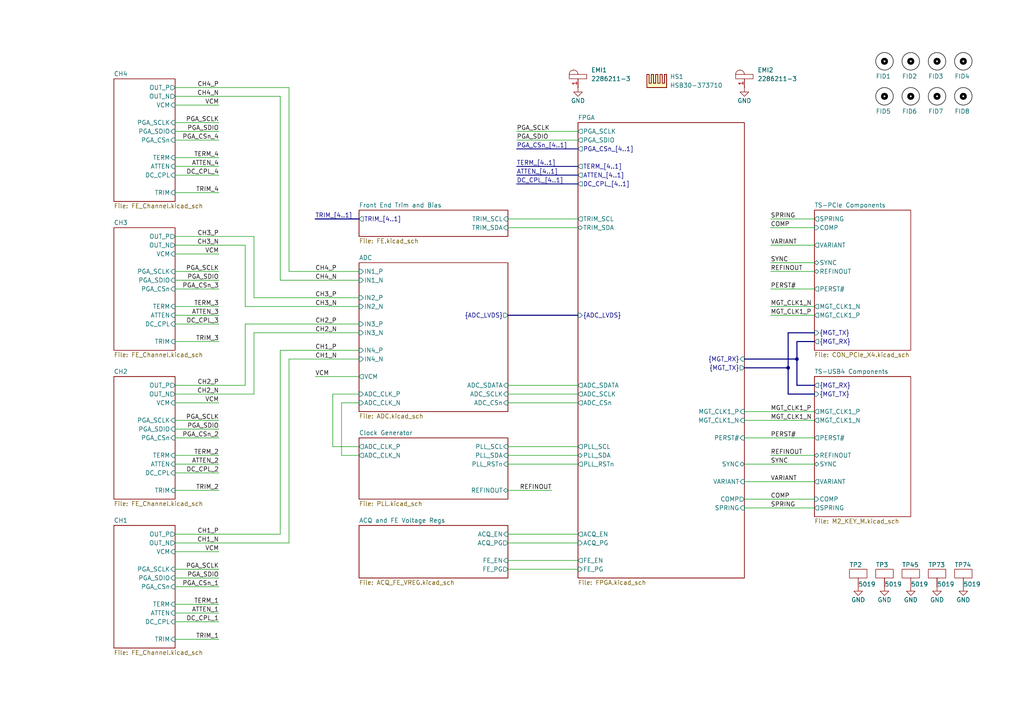
<source format=kicad_sch>
(kicad_sch (version 20250114) (generator "eeschema") (generator_version "9.0")
  (paper "A4")
  (title_block (title "ThunderScope") (rev "5") (company "EEVengers") (comment 1 "Aleksa Bjelogrlic"))
  (lib_symbols
    (symbol "Thunderscope_Rev5:EMI FINGER 2286211-3"
      (property "Reference" "EMI" (at 0 4.064 0))
      (property "Value" "2286211-3" (at 6.35 -1.524 0))
      (symbol "EMI FINGER 2286211-3_0_1"
        (rectangle (start -2.54 1.27) (end 2.54 0))
        (arc (start -1.27 2.54) (mid -0.372 2.168) (end 0 1.27))
        (arc (start -2.54 1.27) (mid -2.168 2.168) (end -1.27 2.54))
      )
      (symbol "EMI FINGER 2286211-3_1_1"
        (pin passive line (at 0 -2.54 90) (length 2.54) (name "") (number "1"))
      )
    )
    (symbol "Thunderscope_Rev5:FID 1mm" (pin_numbers (hide yes)) (pin_names (hide yes))
      (property "Reference" "F" (at 0 0 0))
      (property "Value" "PCB" (at 0 0 0))
      (symbol "FID 1mm_1_0"
        (circle (center 0 0) (radius 0.635) (stroke (width 0.762) (color 0 0 0 1)))
        (circle (center 0 0) (radius 2.54) (stroke (width 0) (color 0 0 0 1)))
      )
    )
    (symbol "Thunderscope_Rev5:GND" (power) (pin_numbers (hide yes)) (pin_names (offset 0) (hide yes))
      (property "Value" "GND" (at 0 -3.81 0))
      (symbol "GND_0_1"
        (polyline (pts (xy 0 0) (xy 0 -1.27) (xy 1.27 -1.27) (xy 0 -2.54) (xy -1.27 -1.27) (xy 0 -1.27)))
      )
      (symbol "GND_1_1"
        (pin power_in line (at 0 0 270) (length 0) (name "~") (number "1"))
      )
    )
    (symbol "Thunderscope_Rev5:HEATSINK HSB30-373710" (pin_names (offset 1.016)) (exclude_from_sim yes)
      (property "Reference" "HS" (at 0 5.08 0))
      (property "Value" "HSB30-373710" (at 0 -1.27 0))
      (symbol "HEATSINK HSB30-373710_0_1"
        (polyline (pts (xy -0.3302 1.27) (xy -0.9652 1.27) (xy -0.9652 3.81) (xy -1.6002 3.81) (xy -1.6002 1.27) (xy -2.2352 1.27) (xy -2.2352 3.81) (xy -2.8702 3.81) (xy -2.8702 0) (xy -0.9652 0)) (stroke (width 0.254)) (fill (type background)))
        (polyline (pts (xy -0.3302 1.27) (xy -0.3302 3.81) (xy 0.3048 3.81) (xy 0.3048 1.27) (xy 0.9398 1.27) (xy 0.9398 3.81) (xy 1.5748 3.81) (xy 1.5748 1.27) (xy 2.2098 1.27) (xy 2.2098 3.81) (xy 2.8448 3.81) (xy 2.8448 0) (xy -0.9652 0)) (stroke (width 0.254)) (fill (type background)))
      )
    )
    (symbol "Thunderscope_Rev5:TP KEYSTONE 5019" (pin_numbers (hide yes)) (pin_names (hide yes))
      (property "Reference" "T" (at 0 0 0))
      (property "Value" "5019" (at 0 0 0))
      (symbol "TP KEYSTONE 5019_1_0"
        (polyline (pts (xy -2.54 5.08) (xy 2.54 5.08) (xy 2.54 2.54) (xy -2.54 2.54) (xy -2.54 5.08)))
        (pin passive line (at 0 0 90) (length 2.54) (name "1") (number "1"))
      )
    )
  )
  (junction (at 231.14 104.14))
  (junction (at 228.6 106.68))
  (wire (pts (xy 147.32 134.62) (xy 167.64 134.62)))
  (wire (pts (xy 50.8 35.56) (xy 63.5 35.56)))
  (wire (pts (xy 147.32 116.84) (xy 167.64 116.84)))
  (bus (pts (xy 147.32 91.44) (xy 167.64 91.44)))
  (wire (pts (xy 50.8 160.02) (xy 63.5 160.02)))
  (wire (pts (xy 83.82 104.14) (xy 104.14 104.14)))
  (wire (pts (xy 50.8 127) (xy 63.5 127)))
  (wire (pts (xy 236.22 78.74) (xy 223.52 78.74)))
  (bus (pts (xy 91.44 63.5) (xy 104.14 63.5)))
  (wire (pts (xy 63.5 81.28) (xy 50.8 81.28)))
  (wire (pts (xy 223.52 83.82) (xy 236.22 83.82)))
  (wire (pts (xy 83.82 157.48) (xy 83.82 104.14)))
  (wire (pts (xy 81.28 81.28) (xy 104.14 81.28)))
  (wire (pts (xy 223.52 63.5) (xy 236.22 63.5)))
  (wire (pts (xy 83.82 25.4) (xy 83.82 78.74)))
  (wire (pts (xy 50.8 121.92) (xy 63.5 121.92)))
  (wire (pts (xy 50.8 114.3) (xy 73.66 114.3)))
  (wire (pts (xy 81.28 101.6) (xy 104.14 101.6)))
  (wire (pts (xy 50.8 45.72) (xy 63.5 45.72)))
  (wire (pts (xy 50.8 55.88) (xy 63.5 55.88)))
  (wire (pts (xy 71.12 93.98) (xy 104.14 93.98)))
  (wire (pts (xy 50.8 88.9) (xy 63.5 88.9)))
  (wire (pts (xy 50.8 40.64) (xy 63.5 40.64)))
  (wire (pts (xy 50.8 142.24) (xy 63.5 142.24)))
  (wire (pts (xy 73.66 86.36) (xy 73.66 68.58)))
  (wire (pts (xy 50.8 170.18) (xy 63.5 170.18)))
  (wire (pts (xy 149.86 38.1) (xy 167.64 38.1)))
  (wire (pts (xy 63.5 167.64) (xy 50.8 167.64)))
  (wire (pts (xy 223.52 71.12) (xy 236.22 71.12)))
  (wire (pts (xy 147.32 142.24) (xy 160.02 142.24)))
  (wire (pts (xy 215.9 139.7) (xy 236.22 139.7)))
  (wire (pts (xy 50.8 116.84) (xy 63.5 116.84)))
  (bus (pts (xy 215.9 104.14) (xy 231.14 104.14)))
  (wire (pts (xy 147.32 162.56) (xy 167.64 162.56)))
  (wire (pts (xy 147.32 114.3) (xy 167.64 114.3)))
  (wire (pts (xy 149.86 40.64) (xy 167.64 40.64)))
  (wire (pts (xy 223.52 66.04) (xy 236.22 66.04)))
  (bus (pts (xy 236.22 99.06) (xy 231.14 99.06)))
  (wire (pts (xy 63.5 38.1) (xy 50.8 38.1)))
  (wire (pts (xy 147.32 157.48) (xy 167.64 157.48)))
  (wire (pts (xy 81.28 27.94) (xy 81.28 81.28)))
  (bus (pts (xy 167.64 48.26) (xy 149.86 48.26)) (stroke (width 0.254)))
  (wire (pts (xy 50.8 83.82) (xy 63.5 83.82)))
  (bus (pts (xy 236.22 114.3) (xy 228.6 114.3)))
  (wire (pts (xy 50.8 177.8) (xy 63.5 177.8)))
  (wire (pts (xy 50.8 91.44) (xy 63.5 91.44)))
  (bus (pts (xy 231.14 104.14) (xy 231.14 111.76)))
  (wire (pts (xy 50.8 78.74) (xy 63.5 78.74)))
  (wire (pts (xy 71.12 93.98) (xy 71.12 111.76)))
  (wire (pts (xy 50.8 180.34) (xy 63.5 180.34)))
  (wire (pts (xy 73.66 96.52) (xy 73.66 114.3)))
  (wire (pts (xy 147.32 154.94) (xy 167.64 154.94)))
  (wire (pts (xy 104.14 116.84) (xy 99.06 116.84)))
  (wire (pts (xy 50.8 71.12) (xy 71.12 71.12)))
  (wire (pts (xy 50.8 157.48) (xy 83.82 157.48)))
  (wire (pts (xy 71.12 88.9) (xy 104.14 88.9)))
  (wire (pts (xy 83.82 78.74) (xy 104.14 78.74)))
  (wire (pts (xy 167.64 129.54) (xy 147.32 129.54)))
  (wire (pts (xy 91.44 109.22) (xy 104.14 109.22)))
  (wire (pts (xy 96.52 129.54) (xy 104.14 129.54)))
  (wire (pts (xy 147.32 165.1) (xy 167.64 165.1)))
  (bus (pts (xy 149.86 43.18) (xy 167.64 43.18)) (stroke (width 0.254)))
  (wire (pts (xy 96.52 114.3) (xy 96.52 129.54)))
  (wire (pts (xy 50.8 137.16) (xy 63.5 137.16)))
  (bus (pts (xy 228.6 106.68) (xy 228.6 96.52)))
  (wire (pts (xy 147.32 66.04) (xy 167.64 66.04)))
  (wire (pts (xy 73.66 96.52) (xy 104.14 96.52)))
  (wire (pts (xy 99.06 116.84) (xy 99.06 132.08)))
  (wire (pts (xy 236.22 132.08) (xy 223.52 132.08)))
  (wire (pts (xy 50.8 99.06) (xy 63.5 99.06)))
  (bus (pts (xy 228.6 96.52) (xy 236.22 96.52)))
  (wire (pts (xy 50.8 154.94) (xy 81.28 154.94)))
  (bus (pts (xy 167.64 53.34) (xy 149.86 53.34)) (stroke (width 0.254)))
  (wire (pts (xy 50.8 68.58) (xy 73.66 68.58)))
  (wire (pts (xy 215.9 144.78) (xy 236.22 144.78)))
  (bus (pts (xy 167.64 50.8) (xy 149.86 50.8)) (stroke (width 0.254)))
  (bus (pts (xy 231.14 99.06) (xy 231.14 104.14)))
  (wire (pts (xy 147.32 111.76) (xy 167.64 111.76)))
  (wire (pts (xy 104.14 114.3) (xy 96.52 114.3)))
  (bus (pts (xy 228.6 114.3) (xy 228.6 106.68)))
  (wire (pts (xy 71.12 71.12) (xy 71.12 88.9)))
  (wire (pts (xy 236.22 88.9) (xy 223.52 88.9)))
  (wire (pts (xy 50.8 175.26) (xy 63.5 175.26)))
  (wire (pts (xy 50.8 27.94) (xy 81.28 27.94)))
  (wire (pts (xy 50.8 50.8) (xy 63.5 50.8)))
  (wire (pts (xy 223.52 76.2) (xy 236.22 76.2)))
  (wire (pts (xy 215.9 121.92) (xy 236.22 121.92)))
  (wire (pts (xy 50.8 48.26) (xy 63.5 48.26)))
  (wire (pts (xy 50.8 111.76) (xy 71.12 111.76)))
  (wire (pts (xy 50.8 25.4) (xy 83.82 25.4)))
  (wire (pts (xy 50.8 165.1) (xy 63.5 165.1)))
  (wire (pts (xy 99.06 132.08) (xy 104.14 132.08)))
  (wire (pts (xy 50.8 30.48) (xy 63.5 30.48)))
  (wire (pts (xy 147.32 63.5) (xy 167.64 63.5)))
  (wire (pts (xy 50.8 134.62) (xy 63.5 134.62)))
  (wire (pts (xy 215.9 134.62) (xy 236.22 134.62)))
  (wire (pts (xy 81.28 154.94) (xy 81.28 101.6)))
  (wire (pts (xy 167.64 132.08) (xy 147.32 132.08)))
  (wire (pts (xy 50.8 185.42) (xy 63.5 185.42)))
  (bus (pts (xy 231.14 111.76) (xy 236.22 111.76)))
  (wire (pts (xy 215.9 127) (xy 236.22 127)))
  (wire (pts (xy 215.9 119.38) (xy 236.22 119.38)))
  (bus (pts (xy 215.9 106.68) (xy 228.6 106.68)))
  (wire (pts (xy 236.22 91.44) (xy 223.52 91.44)))
  (wire (pts (xy 215.9 147.32) (xy 236.22 147.32)))
  (wire (pts (xy 50.8 73.66) (xy 63.5 73.66)))
  (wire (pts (xy 50.8 132.08) (xy 63.5 132.08)))
  (wire (pts (xy 50.8 93.98) (xy 63.5 93.98)))
  (wire (pts (xy 63.5 124.46) (xy 50.8 124.46)))
  (wire (pts (xy 73.66 86.36) (xy 104.14 86.36)))
  (label "PGA_SCLK" (at 63.5 35.56 180))
  (label "CH1_N" (at 63.5 157.48 180))
  (label "MGT_CLK1_N" (at 223.52 121.92 0))
  (label "PGA_SCLK" (at 63.5 165.1 180))
  (label "ATTEN_[4..1]" (at 149.86 50.8 0))
  (label "PGA_CSn_1" (at 63.5 170.18 180))
  (label "PGA_SCLK" (at 63.5 121.92 180))
  (label "CH4_P" (at 91.44 78.74 0))
  (label "DC_CPL_2" (at 63.5 137.16 180))
  (label "PGA_SDIO" (at 63.5 167.64 180))
  (label "CH3_N" (at 91.44 88.9 0))
  (label "PGA_SDIO" (at 149.86 40.64 0))
  (label "PERST#" (at 223.52 127 0))
  (label "VCM" (at 63.5 116.84 180))
  (label "CH3_P" (at 63.5 68.58 180))
  (label "SYNC" (at 223.52 76.2 0))
  (label "CH2_N" (at 63.5 114.3 180))
  (label "REFINOUT" (at 160.02 142.24 180))
  (label "TERM_[4..1]" (at 149.86 48.26 0))
  (label "PGA_CSn_4" (at 63.5 40.64 180))
  (label "PGA_SCLK" (at 149.86 38.1 0))
  (label "PERST#" (at 223.52 83.82 0))
  (label "TERM_3" (at 63.5 88.9 180))
  (label "CH1_P" (at 91.44 101.6 0))
  (label "CH3_P" (at 91.44 86.36 0))
  (label "ATTEN_1" (at 63.5 177.8 180))
  (label "DC_CPL_4" (at 63.5 50.8 180))
  (label "PGA_SDIO" (at 63.5 38.1 180))
  (label "TERM_4" (at 63.5 45.72 180))
  (label "MGT_CLK1_N" (at 223.52 88.9 0))
  (label "TRIM_[4..1]" (at 91.44 63.5 0))
  (label "COMP" (at 223.52 66.04 0))
  (label "TRIM_2" (at 63.5 142.24 180))
  (label "VCM" (at 91.44 109.22 0))
  (label "CH4_N" (at 63.5 27.94 180))
  (label "VCM" (at 63.5 30.48 180))
  (label "VCM" (at 63.5 160.02 180))
  (label "TERM_1" (at 63.5 175.26 180))
  (label "CH1_N" (at 91.44 104.14 0))
  (label "SPRING" (at 223.52 63.5 0))
  (label "CH3_N" (at 63.5 71.12 180))
  (label "CH2_P" (at 91.44 93.98 0))
  (label "ATTEN_3" (at 63.5 91.44 180))
  (label "DC_CPL_1" (at 63.5 180.34 180))
  (label "TRIM_3" (at 63.5 99.06 180))
  (label "REFINOUT" (at 223.52 132.08 0))
  (label "MGT_CLK1_P" (at 223.52 91.44 0))
  (label "PGA_CSn_2" (at 63.5 127 180))
  (label "ATTEN_2" (at 63.5 134.62 180))
  (label "PGA_CSn_3" (at 63.5 83.82 180))
  (label "ATTEN_4" (at 63.5 48.26 180))
  (label "TRIM_4" (at 63.5 55.88 180))
  (label "CH4_N" (at 91.44 81.28 0))
  (label "MGT_CLK1_P" (at 223.52 119.38 0))
  (label "DC_CPL_[4..1]" (at 149.86 53.34 0))
  (label "COMP" (at 223.52 144.78 0))
  (label "SYNC" (at 223.52 134.62 0))
  (label "CH1_P" (at 63.5 154.94 180))
  (label "CH2_N" (at 91.44 96.52 0))
  (label "PGA_SDIO" (at 63.5 81.28 180))
  (label "PGA_SDIO" (at 63.5 124.46 180))
  (label "VARIANT" (at 223.52 71.12 0))
  (label "CH4_P" (at 63.5 25.4 180))
  (label "DC_CPL_3" (at 63.5 93.98 180))
  (label "REFINOUT" (at 223.52 78.74 0))
  (label "TRIM_1" (at 63.5 185.42 180))
  (label "TERM_2" (at 63.5 132.08 180))
  (label "PGA_SCLK" (at 63.5 78.74 180))
  (label "SPRING" (at 223.52 147.32 0))
  (label "VCM" (at 63.5 73.66 180))
  (label "VARIANT" (at 223.52 139.7 0))
  (label "PGA_CSn_[4..1]" (at 149.86 43.18 0))
  (label "CH2_P" (at 63.5 111.76 180))
  (symbol (lib_id "Thunderscope_Rev5:TP KEYSTONE 5019") (at 248.92 170.18 0) (unit 1)
    (property "Reference" "TP2" (at 246.38 163.83 0) (effects (justify left)))
    (property "Value" "5019" (at 248.92 170.18 0) (effects (justify left bottom)))
    (property "Footprint" "Thunderscope_Rev5:KEY_5019" (effects (hide yes)))
    (property "SUPPLIER 1" "Mouser" (effects (hide yes)))
    (property "SUPPLIER PART NUMBER 1" "534-5019" (effects (hide yes)))
    (property "MANUFACTURER" "Keystone Electronics" (effects (hide yes)))
    (property "MANUFACTURER PART NUMBER" "5019" (effects (hide yes)))
  )
  (symbol (lib_id "Thunderscope_Rev5:GND") (at 271.78 170.18 0) (unit 1)
    (property "Reference" "#PWR0506" (effects (hide yes)))
    (property "Value" "GND" (at 271.78 173.99 0))
    (property "Description" "Power symbol creates a global label with name \"GND\" , ground" (effects (hide yes)))
  )
  (symbol (lib_id "Thunderscope_Rev5:FID 1mm") (at 279.4 17.78 0) (unit 1) (in_bom no)
    (property "Reference" "FID4" (at 276.86 22.86 0) (effects (justify left bottom)))
    (property "Value" "PCB" (effects (hide yes)))
    (property "Footprint" "Thunderscope_Rev5:GEN_FID" (effects (hide yes)))
    (property "HOUSE PART NUMBER" "Fiducial-1" (effects (hide yes)))
  )
  (symbol (lib_id "Thunderscope_Rev5:EMI FINGER 2286211-3") (at 167.64 22.86 0) (unit 1)
    (property "Reference" "EMI1" (at 171.45 20.3199 0) (effects (justify left)))
    (property "Value" "2286211-3" (at 171.45 22.8599 0) (effects (justify left)))
    (property "Footprint" "Thunderscope_Rev5:TE_2286211-3" (effects (hide yes)))
    (property "SUPPLIER 1" "Mouser" (effects (hide yes)))
    (property "SUPPLIER PART NUMBER 1" "571-2286211-3" (effects (hide yes)))
    (property "MANUFACTURER" "TE Connectivity" (effects (hide yes)))
    (property "MANUFACTURER PART NUMBER" "2286211-3" (effects (hide yes)))
  )
  (symbol (lib_id "Thunderscope_Rev5:GND") (at 256.54 170.18 0) (unit 1)
    (property "Reference" "#PWR016" (effects (hide yes)))
    (property "Value" "GND" (at 256.54 173.99 0))
    (property "Description" "Power symbol creates a global label with name \"GND\" , ground" (effects (hide yes)))
  )
  (symbol (lib_id "Thunderscope_Rev5:GND") (at 248.92 170.18 0) (unit 1)
    (property "Reference" "#PWR015" (effects (hide yes)))
    (property "Value" "GND" (at 248.92 173.99 0))
    (property "Description" "Power symbol creates a global label with name \"GND\" , ground" (effects (hide yes)))
  )
  (symbol (lib_id "Thunderscope_Rev5:GND") (at 279.4 170.18 0) (unit 1)
    (property "Reference" "#PWR0507" (effects (hide yes)))
    (property "Value" "GND" (at 279.4 173.99 0))
    (property "Description" "Power symbol creates a global label with name \"GND\" , ground" (effects (hide yes)))
  )
  (symbol (lib_id "Thunderscope_Rev5:FID 1mm") (at 271.78 17.78 0) (unit 1) (in_bom no)
    (property "Reference" "FID3" (at 269.24 22.86 0) (effects (justify left bottom)))
    (property "Value" "PCB" (effects (hide yes)))
    (property "Footprint" "Thunderscope_Rev5:GEN_FID" (effects (hide yes)))
    (property "HOUSE PART NUMBER" "Fiducial-1" (effects (hide yes)))
  )
  (symbol (lib_id "Thunderscope_Rev5:FID 1mm") (at 256.54 27.94 0) (unit 1) (in_bom no)
    (property "Reference" "FID5" (at 254 33.02 0) (effects (justify left bottom)))
    (property "Value" "PCB" (effects (hide yes)))
    (property "Footprint" "Thunderscope_Rev5:GEN_FID" (effects (hide yes)))
    (property "HOUSE PART NUMBER" "Fiducial-1" (effects (hide yes)))
  )
  (symbol (lib_id "Thunderscope_Rev5:TP KEYSTONE 5019") (at 271.78 170.18 0) (unit 1)
    (property "Reference" "TP73" (at 269.24 163.83 0) (effects (justify left)))
    (property "Value" "5019" (at 271.78 170.18 0) (effects (justify left bottom)))
    (property "Footprint" "Thunderscope_Rev5:KEY_5019" (effects (hide yes)))
    (property "MANUFACTURER" "Keystone Electronics" (effects (hide yes)))
    (property "MANUFACTURER PART NUMBER" "5019" (effects (hide yes)))
    (property "SUPPLIER 1" "Mouser" (effects (hide yes)))
    (property "SUPPLIER PART NUMBER 1" "534-5019" (effects (hide yes)))
  )
  (symbol (lib_id "Thunderscope_Rev5:FID 1mm") (at 256.54 17.78 0) (unit 1) (in_bom no)
    (property "Reference" "FID1" (at 254 22.86 0) (effects (justify left bottom)))
    (property "Value" "PCB" (effects (hide yes)))
    (property "Footprint" "Thunderscope_Rev5:GEN_FID" (effects (hide yes)))
    (property "HOUSE PART NUMBER" "Fiducial-1" (effects (hide yes)))
  )
  (symbol (lib_id "Thunderscope_Rev5:HEATSINK HSB30-373710") (at 190.5 25.4 0) (unit 1)
    (property "Reference" "HS1" (at 194.31 22.2249 0) (effects (justify left)))
    (property "Value" "HSB30-373710" (at 194.31 24.7649 0) (effects (justify left)))
    (property "Footprint" "Thunderscope_Rev5:SSKY_HSB30-373710" (effects (hide yes)))
    (property "Description" "Heatsink" (effects (hide yes)))
    (property "SUPPLIER 1" "Mouser" (effects (hide yes)))
    (property "SUPPLIER PART NUMBER 1" "179-HSB30-373710" (effects (hide yes)))
    (property "MANUFACTURER" "Same Sky" (effects (hide yes)))
    (property "MANUFACTURER PART NUMBER" "HSB30-373710" (effects (hide yes)))
  )
  (symbol (lib_id "Thunderscope_Rev5:TP KEYSTONE 5019") (at 264.16 170.18 0) (unit 1)
    (property "Reference" "TP45" (at 261.62 163.83 0) (effects (justify left)))
    (property "Value" "5019" (at 264.16 170.18 0) (effects (justify left bottom)))
    (property "Footprint" "Thunderscope_Rev5:KEY_5019" (effects (hide yes)))
    (property "MANUFACTURER" "Keystone Electronics" (effects (hide yes)))
    (property "MANUFACTURER PART NUMBER" "5019" (effects (hide yes)))
    (property "SUPPLIER 1" "Mouser" (effects (hide yes)))
    (property "SUPPLIER PART NUMBER 1" "534-5019" (effects (hide yes)))
  )
  (symbol (lib_id "Thunderscope_Rev5:FID 1mm") (at 279.4 27.94 0) (unit 1) (in_bom no)
    (property "Reference" "FID8" (at 276.86 33.02 0) (effects (justify left bottom)))
    (property "Value" "PCB" (effects (hide yes)))
    (property "Footprint" "Thunderscope_Rev5:GEN_FID" (effects (hide yes)))
    (property "HOUSE PART NUMBER" "Fiducial-1" (effects (hide yes)))
  )
  (symbol (lib_id "Thunderscope_Rev5:FID 1mm") (at 264.16 17.78 0) (unit 1) (in_bom no)
    (property "Reference" "FID2" (at 261.62 22.86 0) (effects (justify left bottom)))
    (property "Value" "PCB" (effects (hide yes)))
    (property "Footprint" "Thunderscope_Rev5:GEN_FID" (effects (hide yes)))
    (property "HOUSE PART NUMBER" "Fiducial-1" (effects (hide yes)))
  )
  (symbol (lib_id "Thunderscope_Rev5:TP KEYSTONE 5019") (at 256.54 170.18 0) (unit 1)
    (property "Reference" "TP3" (at 254 163.83 0) (effects (justify left)))
    (property "Value" "5019" (at 256.54 170.18 0) (effects (justify left bottom)))
    (property "Footprint" "Thunderscope_Rev5:KEY_5019" (effects (hide yes)))
    (property "SUPPLIER 1" "Mouser" (effects (hide yes)))
    (property "SUPPLIER PART NUMBER 1" "534-5019" (effects (hide yes)))
    (property "MANUFACTURER" "Keystone Electronics" (effects (hide yes)))
    (property "MANUFACTURER PART NUMBER" "5019" (effects (hide yes)))
  )
  (symbol (lib_id "Thunderscope_Rev5:GND") (at 264.16 170.18 0) (unit 1)
    (property "Reference" "#PWR0503" (effects (hide yes)))
    (property "Value" "GND" (at 264.16 173.99 0))
    (property "Description" "Power symbol creates a global label with name \"GND\" , ground" (effects (hide yes)))
  )
  (symbol (lib_id "Thunderscope_Rev5:TP KEYSTONE 5019") (at 279.4 170.18 0) (unit 1)
    (property "Reference" "TP74" (at 276.86 163.83 0) (effects (justify left)))
    (property "Value" "5019" (at 279.4 170.18 0) (effects (justify left bottom)))
    (property "Footprint" "Thunderscope_Rev5:KEY_5019" (effects (hide yes)))
    (property "MANUFACTURER" "Keystone Electronics" (effects (hide yes)))
    (property "MANUFACTURER PART NUMBER" "5019" (effects (hide yes)))
    (property "SUPPLIER 1" "Mouser" (effects (hide yes)))
    (property "SUPPLIER PART NUMBER 1" "534-5019" (effects (hide yes)))
  )
  (symbol (lib_id "Thunderscope_Rev5:FID 1mm") (at 271.78 27.94 0) (unit 1) (in_bom no)
    (property "Reference" "FID7" (at 269.24 33.02 0) (effects (justify left bottom)))
    (property "Value" "PCB" (effects (hide yes)))
    (property "Footprint" "Thunderscope_Rev5:GEN_FID" (effects (hide yes)))
    (property "HOUSE PART NUMBER" "Fiducial-1" (effects (hide yes)))
  )
  (symbol (lib_id "Thunderscope_Rev5:FID 1mm") (at 264.16 27.94 0) (unit 1) (in_bom no)
    (property "Reference" "FID6" (at 261.62 33.02 0) (effects (justify left bottom)))
    (property "Value" "PCB" (effects (hide yes)))
    (property "Footprint" "Thunderscope_Rev5:GEN_FID" (effects (hide yes)))
    (property "HOUSE PART NUMBER" "Fiducial-1" (effects (hide yes)))
  )
  (symbol (lib_id "Thunderscope_Rev5:EMI FINGER 2286211-3") (at 215.9 22.86 0) (unit 1)
    (property "Reference" "EMI2" (at 219.71 20.3199 0) (effects (justify left)))
    (property "Value" "2286211-3" (at 219.71 22.8599 0) (effects (justify left)))
    (property "Footprint" "Thunderscope_Rev5:TE_2286211-3" (effects (hide yes)))
    (property "SUPPLIER 1" "Mouser" (effects (hide yes)))
    (property "SUPPLIER PART NUMBER 1" "571-2286211-3" (effects (hide yes)))
    (property "MANUFACTURER" "TE Connectivity" (effects (hide yes)))
    (property "MANUFACTURER PART NUMBER" "2286211-3" (effects (hide yes)))
  )
  (symbol (lib_id "Thunderscope_Rev5:GND") (at 215.9 25.4 0) (unit 1)
    (property "Reference" "#PWR0386" (effects (hide yes)))
    (property "Value" "GND" (at 215.9 29.21 0))
    (property "Description" "Power symbol creates a global label with name \"GND\" , ground" (effects (hide yes)))
  )
  (symbol (lib_id "Thunderscope_Rev5:GND") (at 167.64 25.4 0) (unit 1)
    (property "Reference" "#PWR0383" (effects (hide yes)))
    (property "Value" "GND" (at 167.64 29.21 0))
    (property "Description" "Power symbol creates a global label with name \"GND\" , ground" (effects (hide yes)))
  )
  (sheet (at 33.02 66.04) (size 17.78 35.56) (stroke (width 0) (color 128 0 0 1))
    (property "Sheetname" "CH3" (at 33.02 65.3284 0) (effects (justify left bottom)))
    (property "Sheetfile" "FE_Channel.kicad_sch" (at 33.02 102.1846 0) (effects (justify left top)))
    (pin "OUT_P" output (at 50.8 68.58 0))
    (pin "VCM" input (at 50.8 73.66 0))
    (pin "OUT_N" output (at 50.8 71.12 0))
    (pin "TRIM" input (at 50.8 99.06 0))
    (pin "ATTEN" input (at 50.8 91.44 0))
    (pin "DC_CPL" input (at 50.8 93.98 0))
    (pin "PGA_CSn" input (at 50.8 83.82 0))
    (pin "PGA_SCLK" input (at 50.8 78.74 0))
    (pin "PGA_SDIO" input (at 50.8 81.28 0))
    (pin "TERM" input (at 50.8 88.9 0))
  )
  (sheet (at 167.64 35.56) (size 48.26 132.08) (stroke (width 0) (color 128 0 0 1))
    (property "Sheetname" "FPGA" (at 167.64 34.8484 0) (effects (justify left bottom)))
    (property "Sheetfile" "FPGA.kicad_sch" (at 167.64 168.2246 0) (effects (justify left top)))
    (pin "PLL_RSTn" output (at 167.64 134.62 180))
    (pin "ADC_CSn" output (at 167.64 116.84 180))
    (pin "FE_EN" output (at 167.64 162.56 180))
    (pin "{ADC_LVDS}" input (at 167.64 91.44 180))
    (pin "PGA_SDIO" output (at 167.64 40.64 180))
    (pin "PGA_SCLK" output (at 167.64 38.1 180))
    (pin "PLL_SCL" output (at 167.64 129.54 180))
    (pin "PLL_SDA" bidirectional (at 167.64 132.08 180))
    (pin "TRIM_SCL" output (at 167.64 63.5 180))
    (pin "TRIM_SDA" bidirectional (at 167.64 66.04 180))
    (pin "ADC_SDATA" output (at 167.64 111.76 180))
    (pin "ADC_SCLK" output (at 167.64 114.3 180))
    (pin "ACQ_EN" output (at 167.64 154.94 180))
    (pin "FE_PG" input (at 167.64 165.1 180))
    (pin "ACQ_PG" input (at 167.64 157.48 180))
    (pin "ATTEN_[4..1]" output (at 167.64 50.8 180))
    (pin "TERM_[4..1]" output (at 167.64 48.26 180))
    (pin "DC_CPL_[4..1]" output (at 167.64 53.34 180))
    (pin "PGA_CSn_[4..1]" output (at 167.64 43.18 180))
    (pin "SYNC" bidirectional (at 215.9 134.62 0))
    (pin "PERST#" input (at 215.9 127 0))
    (pin "MGT_CLK1_P" input (at 215.9 119.38 0))
    (pin "MGT_CLK1_N" input (at 215.9 121.92 0))
    (pin "{MGT_RX}" input (at 215.9 104.14 0))
    (pin "{MGT_TX}" output (at 215.9 106.68 0))
    (pin "VARIANT" input (at 215.9 139.7 0))
    (pin "COMP" output (at 215.9 144.78 0))
    (pin "SPRING" input (at 215.9 147.32 0))
  )
  (sheet (at 236.22 109.22) (size 27.94 40.64) (stroke (width 0) (color 128 0 0 1))
    (property "Sheetname" "TS-USB4 Components" (at 236.22 108.5084 0) (effects (justify left bottom)))
    (property "Sheetfile" "M2_KEY_M.kicad_sch" (at 236.22 150.4446 0) (effects (justify left top)))
    (pin "REFINOUT" bidirectional (at 236.22 132.08 180))
    (pin "SYNC" bidirectional (at 236.22 134.62 180))
    (pin "PERST#" output (at 236.22 127 180))
    (pin "{MGT_RX}" output (at 236.22 111.76 180))
    (pin "{MGT_TX}" input (at 236.22 114.3 180))
    (pin "MGT_CLK1_N" output (at 236.22 121.92 180))
    (pin "MGT_CLK1_P" output (at 236.22 119.38 180))
    (pin "VARIANT" output (at 236.22 139.7 180))
    (pin "SPRING" output (at 236.22 147.32 180))
    (pin "COMP" input (at 236.22 144.78 180))
  )
  (sheet (at 104.14 127) (size 43.18 17.78) (stroke (width 0) (color 128 0 0 1))
    (property "Sheetname" "Clock Generator" (at 104.14 126.2884 0) (effects (justify left bottom)))
    (property "Sheetfile" "PLL.kicad_sch" (at 104.14 145.3646 0) (effects (justify left top)))
    (pin "ADC_CLK_P" output (at 104.14 129.54 180))
    (pin "ADC_CLK_N" output (at 104.14 132.08 180))
    (pin "PLL_RSTn" input (at 147.32 134.62 0))
    (pin "PLL_SDA" input (at 147.32 132.08 0))
    (pin "PLL_SCL" input (at 147.32 129.54 0))
    (pin "REFINOUT" bidirectional (at 147.32 142.24 0))
  )
  (sheet (at 236.22 60.96) (size 27.94 40.64) (stroke (width 0.1524))
    (property "Sheetname" "TS-PCIe Components" (at 236.22 60.2484 0) (effects (justify left bottom)))
    (property "Sheetfile" "CON_PCIe_X4.kicad_sch" (at 236.22 102.1846 0) (effects (justify left top)))
    (pin "{MGT_RX}" output (at 236.22 99.06 180))
    (pin "{MGT_TX}" input (at 236.22 96.52 180))
    (pin "PERST#" output (at 236.22 83.82 180))
    (pin "REFINOUT" bidirectional (at 236.22 78.74 180))
    (pin "SYNC" bidirectional (at 236.22 76.2 180))
    (pin "MGT_CLK1_N" output (at 236.22 88.9 180))
    (pin "MGT_CLK1_P" output (at 236.22 91.44 180))
    (pin "VARIANT" output (at 236.22 71.12 180))
    (pin "COMP" input (at 236.22 66.04 180))
    (pin "SPRING" output (at 236.22 63.5 180))
  )
  (sheet (at 104.14 76.2) (size 43.18 43.18) (stroke (width 0) (color 128 0 0 1))
    (property "Sheetname" "ADC" (at 104.14 75.4884 0) (effects (justify left bottom)))
    (property "Sheetfile" "ADC.kicad_sch" (at 104.14 119.9646 0) (effects (justify left top)))
    (pin "IN4_N" input (at 104.14 104.14 180))
    (pin "IN4_P" input (at 104.14 101.6 180))
    (pin "IN3_N" input (at 104.14 96.52 180))
    (pin "IN3_P" input (at 104.14 93.98 180))
    (pin "IN2_N" input (at 104.14 88.9 180))
    (pin "IN2_P" input (at 104.14 86.36 180))
    (pin "VCM" output (at 104.14 109.22 180))
    (pin "IN1_N" input (at 104.14 81.28 180))
    (pin "IN1_P" input (at 104.14 78.74 180))
    (pin "ADC_CSn" input (at 147.32 116.84 0))
    (pin "ADC_SDATA" input (at 147.32 111.76 0))
    (pin "ADC_SCLK" input (at 147.32 114.3 0))
    (pin "ADC_CLK_P" input (at 104.14 114.3 180))
    (pin "ADC_CLK_N" input (at 104.14 116.84 180))
    (pin "{ADC_LVDS}" output (at 147.32 91.44 0))
  )
  (sheet (at 104.14 60.96) (size 43.18 7.62) (stroke (width 0.1524))
    (property "Sheetname" "Front End Trim and Bias" (at 104.14 60.2484 0) (effects (justify left bottom)))
    (property "Sheetfile" "FE.kicad_sch" (at 104.14 69.1646 0) (effects (justify left top)))
    (pin "TRIM_SCL" input (at 147.32 63.5 0))
    (pin "TRIM_SDA" input (at 147.32 66.04 0))
    (pin "TRIM_[4..1]" output (at 104.14 63.5 180))
  )
  (sheet (at 33.02 22.86) (size 17.78 35.56) (stroke (width 0) (color 128 0 0 1))
    (property "Sheetname" "CH4" (at 33.02 22.1484 0) (effects (justify left bottom)))
    (property "Sheetfile" "FE_Channel.kicad_sch" (at 33.02 59.0046 0) (effects (justify left top)))
    (pin "OUT_P" output (at 50.8 25.4 0))
    (pin "VCM" input (at 50.8 30.48 0))
    (pin "OUT_N" output (at 50.8 27.94 0))
    (pin "TRIM" input (at 50.8 55.88 0))
    (pin "ATTEN" input (at 50.8 48.26 0))
    (pin "DC_CPL" input (at 50.8 50.8 0))
    (pin "PGA_CSn" input (at 50.8 40.64 0))
    (pin "PGA_SCLK" input (at 50.8 35.56 0))
    (pin "PGA_SDIO" input (at 50.8 38.1 0))
    (pin "TERM" input (at 50.8 45.72 0))
  )
  (sheet (at 33.02 109.22) (size 17.78 35.56) (stroke (width 0) (color 128 0 0 1))
    (property "Sheetname" "CH2" (at 33.02 108.5084 0) (effects (justify left bottom)))
    (property "Sheetfile" "FE_Channel.kicad_sch" (at 33.02 145.3646 0) (effects (justify left top)))
    (pin "OUT_P" output (at 50.8 111.76 0))
    (pin "VCM" input (at 50.8 116.84 0))
    (pin "OUT_N" output (at 50.8 114.3 0))
    (pin "TRIM" input (at 50.8 142.24 0))
    (pin "ATTEN" input (at 50.8 134.62 0))
    (pin "DC_CPL" input (at 50.8 137.16 0))
    (pin "PGA_CSn" input (at 50.8 127 0))
    (pin "PGA_SCLK" input (at 50.8 121.92 0))
    (pin "PGA_SDIO" input (at 50.8 124.46 0))
    (pin "TERM" input (at 50.8 132.08 0))
  )
  (sheet (at 104.14 152.4) (size 43.18 15.24) (stroke (width 0) (color 128 0 0 1))
    (property "Sheetname" "ACQ and FE Voltage Regs" (at 104.14 151.6884 0) (effects (justify left bottom)))
    (property "Sheetfile" "ACQ_FE_VREG.kicad_sch" (at 104.14 168.2246 0) (effects (justify left top)))
    (pin "FE_EN" input (at 147.32 162.56 0))
    (pin "ACQ_EN" input (at 147.32 154.94 0))
    (pin "FE_PG" output (at 147.32 165.1 0))
    (pin "ACQ_PG" output (at 147.32 157.48 0))
  )
  (sheet (at 33.02 152.4) (size 17.78 35.56) (stroke (width 0) (color 128 0 0 1))
    (property "Sheetname" "CH1" (at 33.02 151.6884 0) (effects (justify left bottom)))
    (property "Sheetfile" "FE_Channel.kicad_sch" (at 33.02 188.5446 0) (effects (justify left top)))
    (pin "OUT_P" output (at 50.8 154.94 0))
    (pin "VCM" input (at 50.8 160.02 0))
    (pin "OUT_N" output (at 50.8 157.48 0))
    (pin "TRIM" input (at 50.8 185.42 0))
    (pin "ATTEN" input (at 50.8 177.8 0))
    (pin "DC_CPL" input (at 50.8 180.34 0))
    (pin "PGA_CSn" input (at 50.8 170.18 0))
    (pin "PGA_SCLK" input (at 50.8 165.1 0))
    (pin "PGA_SDIO" input (at 50.8 167.64 0))
    (pin "TERM" input (at 50.8 175.26 0))
  )
)
</source>
